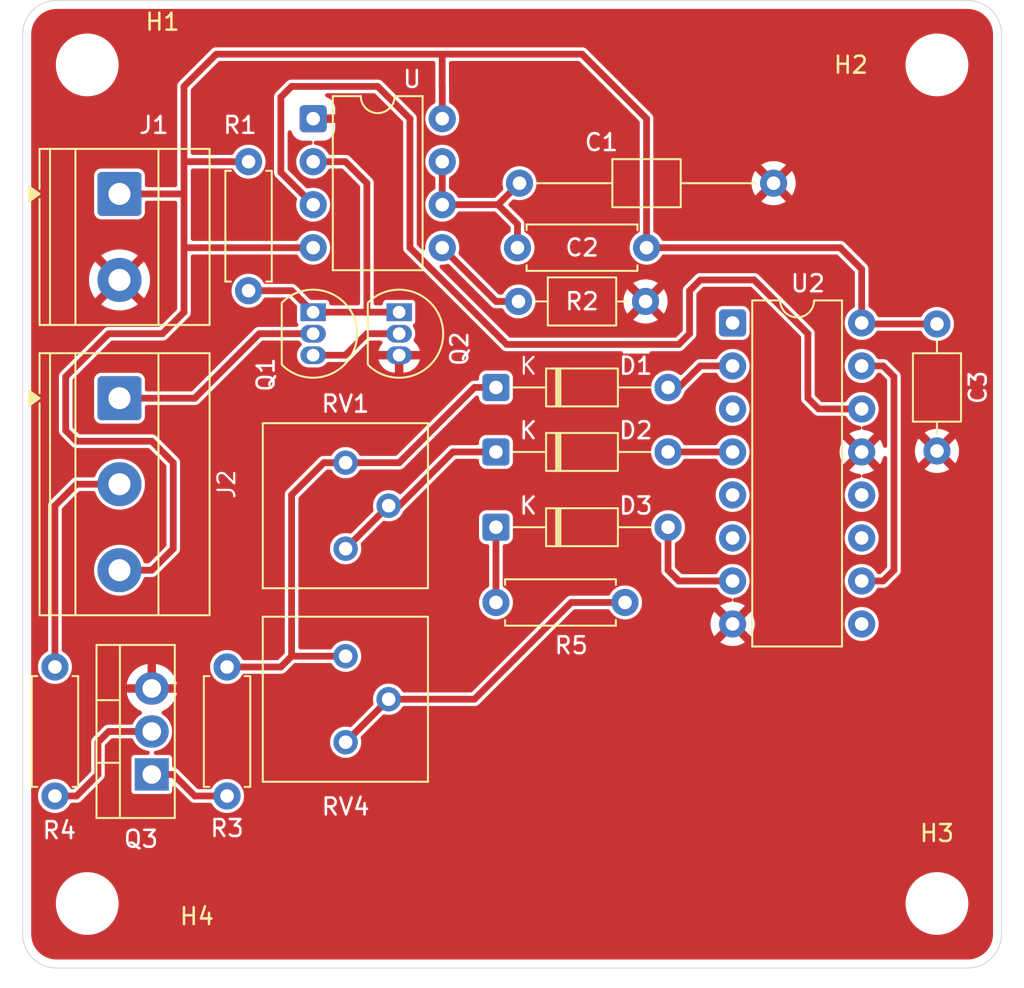
<source format=kicad_pcb>
(kicad_pcb (version 20241229) (generator "pcbnew") (generator_version "9.0")
  (title_block (title "Tischlampe") (date "2025-10-24") (rev "1.0"))
  (layers (0 "F.Cu" signal) (2 "B.Cu" signal) (13 "F.Paste" user) (15 "B.Paste" user) (5 "F.SilkS" user "F.Silkscreen") (7 "B.SilkS" user "B.Silkscreen") (1 "F.Mask" user) (3 "B.Mask" user) (25 "Edge.Cuts" user))
  (net 0 "")
  (net 1 "Net-(U1-DIS)")
  (net 2 "GND")
  (net 3 "Net-(U1-CV)")
  (net 4 "Net-(J1-Pin_1)")
  (net 5 "Net-(J2-Pin_1)")
  (net 6 "Net-(Q1-C)")
  (net 7 "Net-(Q1-E)")
  (net 8 "Net-(D1-A)")
  (net 9 "Net-(D1-K)")
  (net 10 "Net-(D2-A)")
  (net 11 "Net-(U1-Q)")
  (net 18 "Net-(U2-Q4)")
  (net 20 "Net-(J2-Pin_2)")
  (net 21 "Net-(Q3-B)")
  (net 22 "Net-(Q3-C)")
  (net 23 "Net-(D2-K)")
  (net 24 "Net-(D3-A)")
  (net 25 "Net-(D3-K)")
  (net 26 "Net-(R5-Pad2)")
  (footprint "Package_TO_SOT_THT:TO-220-3_Vertical" (layer "F.Cu") (at 95.885 115.57 90)
    (property "Reference" "Q3" (at -3.81 -0.635 180) (layer "F.Cu" knockout))
    (property "Value" "BD647")
    (fp_line (start 7.65 -3.26) (end 7.65 1.36) (stroke (width 0.12)) (layer "F.SilkS"))
    (fp_line (start 4.39 -3.26) (end 4.39 -1.88) (stroke (width 0.12)) (layer "F.SilkS"))
    (fp_line (start 0.69 -3.26) (end 0.69 -1.88) (stroke (width 0.12)) (layer "F.SilkS"))
    (fp_line (start -2.57 -3.26) (end 7.65 -3.26) (stroke (width 0.12)) (layer "F.SilkS"))
    (fp_line (start -2.57 -1.88) (end 7.65 -1.88) (stroke (width 0.12)) (layer "F.SilkS"))
    (fp_line (start 7.65 1.36) (end -2.57 1.36) (stroke (width 0.12)) (layer "F.SilkS"))
    (fp_line (start -2.57 1.36) (end -2.57 -3.26) (stroke (width 0.12)) (layer "F.SilkS"))
    (pad "1" thru_hole rect (at 0 0 90) (size 1.905 2) (drill 1.1) (layers "*.Cu" "*.Mask") (net 21 "Net-(Q3-B)"))
    (pad "2" thru_hole oval (at 2.54 0 90) (size 1.905 2) (drill 1.1) (layers "*.Cu" "*.Mask") (net 22 "Net-(Q3-C)"))
    (pad "3" thru_hole oval (at 5.08 0 90) (size 1.905 2) (drill 1.1) (layers "*.Cu" "*.Mask") (net 2 "GND"))
  )
  (footprint "Potentiometer_THT:Potentiometer_Bourns_3386P_Vertical" (layer "F.Cu") (at 107.33 113.665)
    (property "Reference" "RV4" (at 0 3.81 0) (layer "F.Cu" knockout))
    (property "Value" "Trimmer")
    (fp_line (start -4.89 -7.415) (end 4.86 -7.415) (stroke (width 0.12)) (layer "F.SilkS"))
    (fp_line (start -4.89 2.335) (end -4.89 -7.415) (stroke (width 0.12)) (layer "F.SilkS"))
    (fp_line (start 4.86 -7.415) (end 4.86 2.335) (stroke (width 0.12)) (layer "F.SilkS"))
    (fp_line (start 4.86 2.335) (end -4.89 2.335) (stroke (width 0.12)) (layer "F.SilkS"))
    (pad "1" thru_hole circle (at 0 0) (size 1.44 1.44) (drill 0.8) (layers "*.Cu" "*.Mask") (net 26 "Net-(R5-Pad2)"))
    (pad "2" thru_hole circle (at 2.54 -2.54) (size 1.44 1.44) (drill 0.8) (layers "*.Cu" "*.Mask") (net 26 "Net-(R5-Pad2)"))
    (pad "3" thru_hole circle (at 0 -5.08) (size 1.44 1.44) (drill 0.8) (layers "*.Cu" "*.Mask") (net 9 "Net-(D1-K)"))
  )
  (footprint "Diode_THT:D_DO-35_SOD27_P10.16mm_Horizontal" (layer "F.Cu") (at 116.205 92.71)
    (property "Reference" "D1" (at 8.255 -1.27 0) (layer "F.Cu" knockout))
    (property "Value" "1N4148")
    (fp_line (start 1.04 0) (end 2.96 0) (stroke (width 0.12)) (layer "F.SilkS"))
    (fp_line (start 3.56 -1.12) (end 3.56 1.12) (stroke (width 0.12)) (layer "F.SilkS"))
    (fp_line (start 3.68 -1.12) (end 3.68 1.12) (stroke (width 0.12)) (layer "F.SilkS"))
    (fp_line (start 3.8 -1.12) (end 3.8 1.12) (stroke (width 0.12)) (layer "F.SilkS"))
    (fp_line (start 9.12 0) (end 7.2 0) (stroke (width 0.12)) (layer "F.SilkS"))
    (fp_rect (start 2.96 -1.12) (end 7.2 1.12) (stroke (width 0.12)) (fill no) (layer "F.SilkS"))
    (fp_text user "K" (at 1.905 -1.27 0) (layer "F.Cu" knockout) (effects (font (thickness 0.125))))
    (pad "1" thru_hole roundrect (at 0 0) (size 1.6 1.6) (drill 0.8) (layers "*.Cu" "*.Mask") (roundrect_rratio 0.15625) (net 9 "Net-(D1-K)"))
    (pad "2" thru_hole circle (at 10.16 0) (size 1.6 1.6) (drill 0.8) (layers "*.Cu" "*.Mask") (net 8 "Net-(D1-A)"))
  )
  (footprint "Resistor_THT:R_Axial_DIN0207_L6.3mm_D2.5mm_P7.62mm_Horizontal" (layer "F.Cu") (at 116.205 105.41)
    (property "Reference" "R5" (at 4.445 2.54 0) (layer "F.Cu" knockout))
    (property "Value" "R")
    (fp_line (start 0.54 -1.37) (end 7.08 -1.37) (stroke (width 0.12)) (layer "F.SilkS"))
    (fp_line (start 0.54 -1.04) (end 0.54 -1.37) (stroke (width 0.12)) (layer "F.SilkS"))
    (fp_line (start 0.54 1.04) (end 0.54 1.37) (stroke (width 0.12)) (layer "F.SilkS"))
    (fp_line (start 0.54 1.37) (end 7.08 1.37) (stroke (width 0.12)) (layer "F.SilkS"))
    (fp_line (start 7.08 -1.37) (end 7.08 -1.04) (stroke (width 0.12)) (layer "F.SilkS"))
    (fp_line (start 7.08 1.37) (end 7.08 1.04) (stroke (width 0.12)) (layer "F.SilkS"))
    (pad "1" thru_hole circle (at 0 0) (size 1.6 1.6) (drill 0.8) (layers "*.Cu" "*.Mask") (net 25 "Net-(D3-K)"))
    (pad "2" thru_hole circle (at 7.62 0) (size 1.6 1.6) (drill 0.8) (layers "*.Cu" "*.Mask") (net 26 "Net-(R5-Pad2)"))
  )
  (footprint "Resistor_THT:R_Axial_DIN0207_L6.3mm_D2.5mm_P7.62mm_Horizontal" (layer "F.Cu") (at 101.6 79.375 -90)
    (property "Reference" "R1" (at -2.159 0.508 180) (layer "F.Cu" knockout))
    (property "Value" "1M")
    (fp_line (start 0.54 1.37) (end 7.08 1.37) (stroke (width 0.12)) (layer "F.SilkS"))
    (fp_line (start 7.08 1.37) (end 7.08 1.04) (stroke (width 0.12)) (layer "F.SilkS"))
    (fp_line (start 0.54 1.04) (end 0.54 1.37) (stroke (width 0.12)) (layer "F.SilkS"))
    (fp_line (start 0.54 -1.04) (end 0.54 -1.37) (stroke (width 0.12)) (layer "F.SilkS"))
    (fp_line (start 0.54 -1.37) (end 7.08 -1.37) (stroke (width 0.12)) (layer "F.SilkS"))
    (fp_line (start 7.08 -1.37) (end 7.08 -1.04) (stroke (width 0.12)) (layer "F.SilkS"))
    (pad "1" thru_hole circle (at 0 0 270) (size 1.6 1.6) (drill 0.8) (layers "*.Cu" "*.Mask") (net 4 "Net-(J1-Pin_1)"))
    (pad "2" thru_hole circle (at 7.62 0 270) (size 1.6 1.6) (drill 0.8) (layers "*.Cu" "*.Mask") (net 6 "Net-(Q1-C)"))
  )
  (footprint "Package_DIP:DIP-8_W7.62mm" (layer "F.Cu") (at 105.415 76.835)
    (property "Reference" "U" (at 5.837 -2.33 0) (layer "F.Cu" knockout))
    (property "Value" "NE555P")
    (fp_line (start 1.16 -1.33) (end 1.16 8.95) (stroke (width 0.12)) (layer "F.SilkS"))
    (fp_line (start 1.16 8.95) (end 6.46 8.95) (stroke (width 0.12)) (layer "F.SilkS"))
    (fp_line (start 2.81 -1.33) (end 1.16 -1.33) (stroke (width 0.12)) (layer "F.SilkS"))
    (fp_line (start 6.46 -1.33) (end 4.81 -1.33) (stroke (width 0.12)) (layer "F.SilkS"))
    (fp_line (start 6.46 8.95) (end 6.46 -1.33) (stroke (width 0.12)) (layer "F.SilkS"))
    (fp_arc (start 4.81 -1.33) (mid 3.81 -0.33) (end 2.81 -1.33) (stroke (width 0.12)) (layer "F.SilkS"))
    (pad "1" thru_hole roundrect (at 0 0) (size 1.6 1.6) (drill 0.8) (layers "*.Cu" "*.Mask") (roundrect_rratio 0.15625) (net 2 "GND"))
    (pad "2" thru_hole circle (at 0 2.54) (size 1.6 1.6) (drill 0.8) (layers "*.Cu" "*.Mask") (net 6 "Net-(Q1-C)"))
    (pad "3" thru_hole circle (at 0 5.08) (size 1.6 1.6) (drill 0.8) (layers "*.Cu" "*.Mask") (net 11 "Net-(U1-Q)"))
    (pad "4" thru_hole circle (at 0 7.62) (size 1.6 1.6) (drill 0.8) (layers "*.Cu" "*.Mask") (net 4 "Net-(J1-Pin_1)"))
    (pad "5" thru_hole circle (at 7.62 7.62) (size 1.6 1.6) (drill 0.8) (layers "*.Cu" "*.Mask") (net 3 "Net-(U1-CV)"))
    (pad "6" thru_hole circle (at 7.62 5.08) (size 1.6 1.6) (drill 0.8) (layers "*.Cu" "*.Mask") (net 1 "Net-(U1-DIS)"))
    (pad "7" thru_hole circle (at 7.62 2.54) (size 1.6 1.6) (drill 0.8) (layers "*.Cu" "*.Mask") (net 1 "Net-(U1-DIS)"))
    (pad "8" thru_hole circle (at 7.62 0) (size 1.6 1.6) (drill 0.8) (layers "*.Cu" "*.Mask") (net 4 "Net-(J1-Pin_1)"))
  )
  (footprint "Package_TO_SOT_THT:TO-92_Inline" (layer "F.Cu") (at 110.49 88.265 -90)
    (property "Reference" "Q2" (at 2.159 -3.56 90) (layer "F.Cu" knockout))
    (property "Value" "BC547")
    (fp_line (start -0.53 1.85) (end 3.07 1.85) (stroke (width 0.12)) (layer "F.SilkS"))
    (fp_arc (start -0.568478 1.838478) (mid -1.132087 -0.994977) (end 1.27 -2.6) (stroke (width 0.12)) (layer "F.SilkS"))
    (fp_arc (start 1.27 -2.6) (mid 3.672087 -0.994977) (end 3.108478 1.838478) (stroke (width 0.12)) (layer "F.SilkS"))
    (pad "1" thru_hole rect (at 0 0 270) (size 1.05 1.5) (drill 0.75) (layers "*.Cu" "*.Mask") (net 6 "Net-(Q1-C)"))
    (pad "2" thru_hole oval (at 1.27 0 270) (size 1.05 1.5) (drill 0.75) (layers "*.Cu" "*.Mask") (net 7 "Net-(Q1-E)"))
    (pad "3" thru_hole oval (at 2.54 0 270) (size 1.05 1.5) (drill 0.75) (layers "*.Cu" "*.Mask") (net 2 "GND"))
  )
  (footprint "Capacitor_THT:C_Axial_L3.8mm_D2.6mm_P7.50mm_Horizontal" (layer "F.Cu") (at 117.535 87.63)
    (property "Reference" "C2" (at 3.75 -3.175 0) (layer "F.Cu" knockout))
    (property "Value" "100n")
    (fp_line (start 1.04 0) (end 1.73 0) (stroke (width 0.12)) (layer "F.SilkS"))
    (fp_line (start 6.46 0) (end 5.77 0) (stroke (width 0.12)) (layer "F.SilkS"))
    (fp_rect (start 1.73 -1.42) (end 5.77 1.42) (stroke (width 0.12)) (fill no) (layer "F.SilkS"))
    (pad "1" thru_hole circle (at 0 0) (size 1.6 1.6) (drill 0.8) (layers "*.Cu" "*.Mask") (net 3 "Net-(U1-CV)"))
    (pad "2" thru_hole circle (at 7.5 0) (size 1.6 1.6) (drill 0.8) (layers "*.Cu" "*.Mask") (net 2 "GND"))
  )
  (footprint "Resistor_THT:R_Axial_DIN0207_L6.3mm_D2.5mm_P7.62mm_Horizontal" (layer "F.Cu") (at 100.33 116.84 90)
    (property "Reference" "R3" (at -1.905 0 180) (layer "F.Cu" knockout))
    (property "Value" "R")
    (fp_line (start 7.08 -1.37) (end 7.08 -1.04) (stroke (width 0.12)) (layer "F.SilkS"))
    (fp_line (start 0.54 -1.37) (end 7.08 -1.37) (stroke (width 0.12)) (layer "F.SilkS"))
    (fp_line (start 0.54 -1.04) (end 0.54 -1.37) (stroke (width 0.12)) (layer "F.SilkS"))
    (fp_line (start 0.54 1.04) (end 0.54 1.37) (stroke (width 0.12)) (layer "F.SilkS"))
    (fp_line (start 7.08 1.37) (end 7.08 1.04) (stroke (width 0.12)) (layer "F.SilkS"))
    (fp_line (start 0.54 1.37) (end 7.08 1.37) (stroke (width 0.12)) (layer "F.SilkS"))
    (pad "1" thru_hole circle (at 0 0 90) (size 1.6 1.6) (drill 0.8) (layers "*.Cu" "*.Mask") (net 21 "Net-(Q3-B)"))
    (pad "2" thru_hole circle (at 7.62 0 90) (size 1.6 1.6) (drill 0.8) (layers "*.Cu" "*.Mask") (net 9 "Net-(D1-K)"))
  )
  (footprint "MountingHole:MountingHole_3.2mm_M3" (layer "F.Cu") (at 92.075 73.66)
    (property "Reference" "H1" (at 4.445 -2.54 0) (layer "F.SilkS"))
    (property "Value" "MountingHole")
    (pad "" np_thru_hole circle (at 0 0) (size 3.2 3.2) (drill 3.2) (layers "*.Cu" "*.Mask"))
  )
  (footprint "Capacitor_THT:C_Axial_L3.8mm_D2.6mm_P15.00mm_Horizontal" (layer "F.Cu") (at 117.595 80.645)
    (property "Reference" "C1" (at 4.833 -2.413 0) (layer "F.Cu" knockout))
    (property "Value" "4,7µ")
    (fp_line (start 1.04 0) (end 5.48 0) (stroke (width 0.12)) (layer "F.SilkS"))
    (fp_line (start 13.96 0) (end 9.52 0) (stroke (width 0.12)) (layer "F.SilkS"))
    (fp_rect (start 5.48 -1.42) (end 9.52 1.42) (stroke (width 0.12)) (fill no) (layer "F.SilkS"))
    (pad "1" thru_hole circle (at 0 0) (size 1.6 1.6) (drill 0.8) (layers "*.Cu" "*.Mask") (net 1 "Net-(U1-DIS)"))
    (pad "2" thru_hole circle (at 15 0) (size 1.6 1.6) (drill 0.8) (layers "*.Cu" "*.Mask") (net 2 "GND"))
  )
  (footprint "MountingHole:MountingHole_3.2mm_M3" (layer "F.Cu") (at 142.24 73.66)
    (property "Reference" "H2" (at -5.08 0 0) (layer "F.SilkS"))
    (property "Value" "MountingHole")
    (pad "" np_thru_hole circle (at 0 0) (size 3.2 3.2) (drill 3.2) (layers "*.Cu" "*.Mask"))
  )
  (footprint "Diode_THT:D_DO-35_SOD27_P10.16mm_Horizontal" (layer "F.Cu") (at 116.205 100.965)
    (property "Reference" "D3" (at 8.255 -1.27 0) (layer "F.Cu" knockout))
    (property "Value" "1N4148")
    (fp_line (start 1.04 0) (end 2.96 0) (stroke (width 0.12)) (layer "F.SilkS"))
    (fp_line (start 3.56 -1.12) (end 3.56 1.12) (stroke (width 0.12)) (layer "F.SilkS"))
    (fp_line (start 3.68 -1.12) (end 3.68 1.12) (stroke (width 0.12)) (layer "F.SilkS"))
    (fp_line (start 3.8 -1.12) (end 3.8 1.12) (stroke (width 0.12)) (layer "F.SilkS"))
    (fp_line (start 9.12 0) (end 7.2 0) (stroke (width 0.12)) (layer "F.SilkS"))
    (fp_rect (start 2.96 -1.12) (end 7.2 1.12) (stroke (width 0.12)) (fill no) (layer "F.SilkS"))
    (fp_text user "K" (at 1.905 -1.27 0) (layer "F.Cu" knockout))
    (pad "1" thru_hole roundrect (at 0 0) (size 1.6 1.6) (drill 0.8) (layers "*.Cu" "*.Mask") (roundrect_rratio 0.15625) (net 25 "Net-(D3-K)"))
    (pad "2" thru_hole circle (at 10.16 0) (size 1.6 1.6) (drill 0.8) (layers "*.Cu" "*.Mask") (net 24 "Net-(D3-A)"))
  )
  (footprint "TerminalBlock_Phoenix:TerminalBlock_Phoenix_MKDS-1,5-3-5.08_1x03_P5.08mm_Horizontal" (layer "F.Cu") (at 93.98 93.345 -90)
    (property "Reference" "J2" (at 5.08 -6.32 90) (layer "F.Cu" knockout) (effects (font (thickness 0.125))))
    (property "Value" "Lampenkopf")
    (fp_line (start -2.66 4.72) (end -2.66 -5.32) (stroke (width 0.12)) (layer "F.SilkS"))
    (fp_line (start -0.3 4.72) (end -2.66 4.72) (stroke (width 0.12)) (layer "F.SilkS"))
    (fp_line (start 12.82 4.72) (end 0.3 4.72) (stroke (width 0.12)) (layer "F.SilkS"))
    (fp_line (start -2.66 4.1) (end 12.82 4.1) (stroke (width 0.12)) (layer "F.SilkS"))
    (fp_line (start -2.66 2.6) (end 12.82 2.6) (stroke (width 0.12)) (layer "F.SilkS"))
    (fp_line (start -2.66 -2.3) (end 12.82 -2.3) (stroke (width 0.12)) (layer "F.SilkS"))
    (fp_line (start -2.66 -5.32) (end 12.82 -5.32) (stroke (width 0.12)) (layer "F.SilkS"))
    (fp_line (start 12.82 -5.32) (end 12.82 4.72) (stroke (width 0.12)) (layer "F.SilkS"))
    (fp_poly (pts (xy 0 4.72) (xy 0.44 5.33) (xy -0.44 5.33)) (stroke (width 0.12)) (fill yes) (layer "F.SilkS"))
    (pad "1" thru_hole roundrect (at 0 0 270) (size 2.6 2.6) (drill 1.3) (layers "*.Cu" "*.Mask") (roundrect_rratio 0.096154) (net 5 "Net-(J2-Pin_1)"))
    (pad "2" thru_hole circle (at 5.08 0 270) (size 2.6 2.6) (drill 1.3) (layers "*.Cu" "*.Mask") (net 20 "Net-(J2-Pin_2)"))
    (pad "3" thru_hole circle (at 10.16 0 270) (size 2.6 2.6) (drill 1.3) (layers "*.Cu" "*.Mask") (net 4 "Net-(J1-Pin_1)"))
  )
  (footprint "MountingHole:MountingHole_3.2mm_M3" (layer "F.Cu") (at 92.075 123.19)
    (property "Reference" "H4" (at 6.477 0.762 0) (layer "F.SilkS"))
    (property "Value" "MountingHole")
    (pad "" np_thru_hole circle (at 0 0) (size 3.2 3.2) (drill 3.2) (layers "*.Cu" "*.Mask"))
  )
  (footprint "Resistor_THT:R_Axial_DIN0207_L6.3mm_D2.5mm_P7.62mm_Horizontal" (layer "F.Cu") (at 90.17 109.22 -90)
    (property "Reference" "R4" (at 9.652 -0.254 180) (layer "F.Cu" knockout))
    (property "Value" "R")
    (fp_line (start 0.54 1.37) (end 7.08 1.37) (stroke (width 0.12)) (layer "F.SilkS"))
    (fp_line (start 7.08 1.37) (end 7.08 1.04) (stroke (width 0.12)) (layer "F.SilkS"))
    (fp_line (start 0.54 1.04) (end 0.54 1.37) (stroke (width 0.12)) (layer "F.SilkS"))
    (fp_line (start 0.54 -1.04) (end 0.54 -1.37) (stroke (width 0.12)) (layer "F.SilkS"))
    (fp_line (start 0.54 -1.37) (end 7.08 -1.37) (stroke (width 0.12)) (layer "F.SilkS"))
    (fp_line (start 7.08 -1.37) (end 7.08 -1.04) (stroke (width 0.12)) (layer "F.SilkS"))
    (pad "1" thru_hole circle (at 0 0 270) (size 1.6 1.6) (drill 0.8) (layers "*.Cu" "*.Mask") (net 20 "Net-(J2-Pin_2)"))
    (pad "2" thru_hole circle (at 7.62 0 270) (size 1.6 1.6) (drill 0.8) (layers "*.Cu" "*.Mask") (net 22 "Net-(Q3-C)"))
  )
  (footprint "MountingHole:MountingHole_3.2mm_M3" (layer "F.Cu") (at 142.24 123.19)
    (property "Reference" "H3" (at 0 -4.15 0) (layer "F.SilkS"))
    (property "Value" "MountingHole")
    (pad "" np_thru_hole circle (at 0 0) (size 3.2 3.2) (drill 3.2) (layers "*.Cu" "*.Mask"))
  )
  (footprint "Diode_THT:D_DO-35_SOD27_P10.16mm_Horizontal" (layer "F.Cu") (at 116.205 96.52)
    (property "Reference" "D2" (at 8.255 -1.27 0) (layer "F.Cu" knockout))
    (property "Value" "1N4148")
    (fp_line (start 1.04 0) (end 2.96 0) (stroke (width 0.12)) (layer "F.SilkS"))
    (fp_line (start 3.56 -1.12) (end 3.56 1.12) (stroke (width 0.12)) (layer "F.SilkS"))
    (fp_line (start 3.68 -1.12) (end 3.68 1.12) (stroke (width 0.12)) (layer "F.SilkS"))
    (fp_line (start 3.8 -1.12) (end 3.8 1.12) (stroke (width 0.12)) (layer "F.SilkS"))
    (fp_line (start 9.12 0) (end 7.2 0) (stroke (width 0.12)) (layer "F.SilkS"))
    (fp_rect (start 2.96 -1.12) (end 7.2 1.12) (stroke (width 0.12)) (fill no) (layer "F.SilkS"))
    (fp_text user "K" (at 1.905 -1.27 0) (layer "F.Cu" knockout))
    (pad "1" thru_hole roundrect (at 0 0) (size 1.6 1.6) (drill 0.8) (layers "*.Cu" "*.Mask") (roundrect_rratio 0.15625) (net 23 "Net-(D2-K)"))
    (pad "2" thru_hole circle (at 10.16 0) (size 1.6 1.6) (drill 0.8) (layers "*.Cu" "*.Mask") (net 10 "Net-(D2-A)"))
  )
  (footprint "Capacitor_THT:C_Axial_L3.8mm_D2.6mm_P7.50mm_Horizontal" (layer "F.Cu") (at 142.24 88.96 -90)
    (property "Reference" "C3" (at 3.75 -2.42 90) (layer "F.Cu" knockout))
    (property "Value" "100n")
    (fp_line (start 1.04 0) (end 1.73 0) (stroke (width 0.12)) (layer "F.SilkS"))
    (fp_line (start 6.46 0) (end 5.77 0) (stroke (width 0.12)) (layer "F.SilkS"))
    (fp_rect (start 1.73 -1.42) (end 5.77 1.42) (stroke (width 0.12)) (fill no) (layer "F.SilkS"))
    (pad "1" thru_hole circle (at 0 0 270) (size 1.6 1.6) (drill 0.8) (layers "*.Cu" "*.Mask") (net 4 "Net-(J1-Pin_1)"))
    (pad "2" thru_hole circle (at 7.5 0 270) (size 1.6 1.6) (drill 0.8) (layers "*.Cu" "*.Mask") (net 2 "GND"))
  )
  (footprint "Package_DIP:DIP-16_W7.62mm" (layer "F.Cu") (at 130.175 88.9)
    (property "Reference" "U2" (at 4.445 -2.33 0) (layer "F.Cu" knockout))
    (property "Value" "4017")
    (fp_line (start 1.16 -1.33) (end 1.16 19.11) (stroke (width 0.12)) (layer "F.SilkS"))
    (fp_line (start 1.16 19.11) (end 6.46 19.11) (stroke (width 0.12)) (layer "F.SilkS"))
    (fp_line (start 2.81 -1.33) (end 1.16 -1.33) (stroke (width 0.12)) (layer "F.SilkS"))
    (fp_line (start 6.46 -1.33) (end 4.81 -1.33) (stroke (width 0.12)) (layer "F.SilkS"))
    (fp_line (start 6.46 19.11) (end 6.46 -1.33) (stroke (width 0.12)) (layer "F.SilkS"))
    (fp_arc (start 4.81 -1.33) (mid 3.81 -0.33) (end 2.81 -1.33) (stroke (width 0.12)) (layer "F.SilkS"))
    (pad "1" thru_hole roundrect (at 0 0) (size 1.6 1.6) (drill 0.8) (layers "*.Cu" "*.Mask") (roundrect_rratio 0.15625))
    (pad "2" thru_hole circle (at 0 2.54) (size 1.6 1.6) (drill 0.8) (layers "*.Cu" "*.Mask") (net 8 "Net-(D1-A)"))
    (pad "3" thru_hole circle (at 0 5.08) (size 1.6 1.6) (drill 0.8) (layers "*.Cu" "*.Mask"))
    (pad "4" thru_hole circle (at 0 7.62) (size 1.6 1.6) (drill 0.8) (layers "*.Cu" "*.Mask") (net 10 "Net-(D2-A)"))
    (pad "5" thru_hole circle (at 0 10.16) (size 1.6 1.6) (drill 0.8) (layers "*.Cu" "*.Mask"))
    (pad "6" thru_hole circle (at 0 12.7) (size 1.6 1.6) (drill 0.8) (layers "*.Cu" "*.Mask"))
    (pad "7" thru_hole circle (at 0 15.24) (size 1.6 1.6) (drill 0.8) (layers "*.Cu" "*.Mask") (net 24 "Net-(D3-A)"))
    (pad "8" thru_hole circle (at 0 17.78) (size 1.6 1.6) (drill 0.8) (layers "*.Cu" "*.Mask") (net 2 "GND"))
    (pad "9" thru_hole circle (at 7.62 17.78) (size 1.6 1.6) (drill 0.8) (layers "*.Cu" "*.Mask"))
    (pad "10" thru_hole circle (at 7.62 15.24) (size 1.6 1.6) (drill 0.8) (layers "*.Cu" "*.Mask") (net 18 "Net-(U2-Q4)"))
    (pad "11" thru_hole circle (at 7.62 12.7) (size 1.6 1.6) (drill 0.8) (layers "*.Cu" "*.Mask"))
    (pad "12" thru_hole circle (at 7.62 10.16) (size 1.6 1.6) (drill 0.8) (layers "*.Cu" "*.Mask"))
    (pad "13" thru_hole circle (at 7.62 7.62) (size 1.6 1.6) (drill 0.8) (layers "*.Cu" "*.Mask") (net 2 "GND"))
    (pad "14" thru_hole circle (at 7.62 5.08) (size 1.6 1.6) (drill 0.8) (layers "*.Cu" "*.Mask") (net 11 "Net-(U1-Q)"))
    (pad "15" thru_hole circle (at 7.62 2.54) (size 1.6 1.6) (drill 0.8) (layers "*.Cu" "*.Mask") (net 18 "Net-(U2-Q4)"))
    (pad "16" thru_hole circle (at 7.62 0) (size 1.6 1.6) (drill 0.8) (layers "*.Cu" "*.Mask") (net 4 "Net-(J1-Pin_1)"))
  )
  (footprint "TerminalBlock_Phoenix:TerminalBlock_Phoenix_MKDS-1,5-2-5.08_1x02_P5.08mm_Horizontal" (layer "F.Cu") (at 93.98 81.28 -90)
    (property "Reference" "J1" (at -4.064 -2.032 180) (layer "F.Cu" knockout))
    (property "Value" "Versorgung")
    (fp_line (start -2.66 4.72) (end -2.66 -5.32) (stroke (width 0.12)) (layer "F.SilkS"))
    (fp_line (start -0.3 4.72) (end -2.66 4.72) (stroke (width 0.12)) (layer "F.SilkS"))
    (fp_line (start 7.74 4.72) (end 0.3 4.72) (stroke (width 0.12)) (layer "F.SilkS"))
    (fp_line (start -2.66 4.1) (end 7.74 4.1) (stroke (width 0.12)) (layer "F.SilkS"))
    (fp_line (start -2.66 2.6) (end 7.74 2.6) (stroke (width 0.12)) (layer "F.SilkS"))
    (fp_line (start -2.66 -2.3) (end 7.74 -2.3) (stroke (width 0.12)) (layer "F.SilkS"))
    (fp_line (start -2.66 -5.32) (end 7.74 -5.32) (stroke (width 0.12)) (layer "F.SilkS"))
    (fp_line (start 7.74 -5.32) (end 7.74 4.72) (stroke (width 0.12)) (layer "F.SilkS"))
    (fp_poly (pts (xy 0 4.72) (xy 0.44 5.33) (xy -0.44 5.33)) (stroke (width 0.12)) (fill yes) (layer "F.SilkS"))
    (pad "1" thru_hole roundrect (at 0 0 270) (size 2.6 2.6) (drill 1.3) (layers "*.Cu" "*.Mask") (roundrect_rratio 0.096154) (net 4 "Net-(J1-Pin_1)"))
    (pad "2" thru_hole circle (at 5.08 0 270) (size 2.6 2.6) (drill 1.3) (layers "*.Cu" "*.Mask") (net 2 "GND"))
  )
  (footprint "Package_TO_SOT_THT:TO-92_Inline" (layer "F.Cu") (at 105.41 88.265 -90)
    (property "Reference" "Q1" (at 3.683 2.794 90) (layer "F.Cu" knockout))
    (property "Value" "BC547")
    (fp_line (start -0.53 1.85) (end 3.07 1.85) (stroke (width 0.12)) (layer "F.SilkS"))
    (fp_arc (start -0.568478 1.838478) (mid -1.132087 -0.994977) (end 1.27 -2.6) (stroke (width 0.12)) (layer "F.SilkS"))
    (fp_arc (start 1.27 -2.6) (mid 3.672087 -0.994977) (end 3.108478 1.838478) (stroke (width 0.12)) (layer "F.SilkS"))
    (pad "1" thru_hole rect (at 0 0 270) (size 1.05 1.5) (drill 0.75) (layers "*.Cu" "*.Mask") (net 6 "Net-(Q1-C)"))
    (pad "2" thru_hole oval (at 1.27 0 270) (size 1.05 1.5) (drill 0.75) (layers "*.Cu" "*.Mask") (net 5 "Net-(J2-Pin_1)"))
    (pad "3" thru_hole oval (at 2.54 0 270) (size 1.05 1.5) (drill 0.75) (layers "*.Cu" "*.Mask") (net 7 "Net-(Q1-E)"))
  )
  (footprint "Potentiometer_THT:Potentiometer_Bourns_3386P_Vertical" (layer "F.Cu") (at 107.33 102.235)
    (property "Reference" "RV1" (at -0.015 -8.555 0) (layer "F.Cu" knockout))
    (property "Value" "Trimmer")
    (fp_line (start -4.89 -7.415) (end 4.86 -7.415) (stroke (width 0.12)) (layer "F.SilkS"))
    (fp_line (start -4.89 2.335) (end -4.89 -7.415) (stroke (width 0.12)) (layer "F.SilkS"))
    (fp_line (start 4.86 -7.415) (end 4.86 2.335) (stroke (width 0.12)) (layer "F.SilkS"))
    (fp_line (start 4.86 2.335) (end -4.89 2.335) (stroke (width 0.12)) (layer "F.SilkS"))
    (pad "1" thru_hole circle (at 0 0) (size 1.44 1.44) (drill 0.8) (layers "*.Cu" "*.Mask") (net 23 "Net-(D2-K)"))
    (pad "2" thru_hole circle (at 2.54 -2.54) (size 1.44 1.44) (drill 0.8) (layers "*.Cu" "*.Mask") (net 23 "Net-(D2-K)"))
    (pad "3" thru_hole circle (at 0 -5.08) (size 1.44 1.44) (drill 0.8) (layers "*.Cu" "*.Mask") (net 9 "Net-(D1-K)"))
  )
  (footprint "Resistor_THT:R_Axial_DIN0207_L6.3mm_D2.5mm_P7.62mm_Horizontal" (layer "F.Cu") (at 125.095 84.455 180)
    (property "Reference" "R2" (at 3.81 -3.175 0) (layer "F.Cu" knockout))
    (property "Value" "100k")
    (fp_line (start 7.08 1.37) (end 7.08 1.04) (stroke (width 0.12)) (layer "F.SilkS"))
    (fp_line (start 7.08 -1.37) (end 7.08 -1.04) (stroke (width 0.12)) (layer "F.SilkS"))
    (fp_line (start 0.54 1.37) (end 7.08 1.37) (stroke (width 0.12)) (layer "F.SilkS"))
    (fp_line (start 0.54 1.04) (end 0.54 1.37) (stroke (width 0.12)) (layer "F.SilkS"))
    (fp_line (start 0.54 -1.04) (end 0.54 -1.37) (stroke (width 0.12)) (layer "F.SilkS"))
    (fp_line (start 0.54 -1.37) (end 7.08 -1.37) (stroke (width 0.12)) (layer "F.SilkS"))
    (pad "1" thru_hole circle (at 0 0 180) (size 1.6 1.6) (drill 0.8) (layers "*.Cu" "*.Mask") (net 4 "Net-(J1-Pin_1)"))
    (pad "2" thru_hole circle (at 7.62 0 180) (size 1.6 1.6) (drill 0.8) (layers "*.Cu" "*.Mask") (net 1 "Net-(U1-DIS)"))
  )
  (gr_arc (start 90.265 127) (mid 88.850786 126.414214) (end 88.265 125) (stroke (width 0.05)) (layer "Edge.Cuts"))
  (gr_line (start 90.265 69.85) (end 144.05 69.85) (stroke (width 0.05)) (layer "Edge.Cuts"))
  (gr_line (start 88.265 125) (end 88.265 71.85) (stroke (width 0.05)) (layer "Edge.Cuts"))
  (gr_line (start 144.05 127) (end 90.265 127) (stroke (width 0.05)) (layer "Edge.Cuts"))
  (gr_arc (start 146.05 125) (mid 145.464214 126.414214) (end 144.05 127) (stroke (width 0.05)) (layer "Edge.Cuts"))
  (gr_arc (start 144.05 69.85) (mid 145.464214 70.435786) (end 146.05 71.85) (stroke (width 0.05)) (layer "Edge.Cuts"))
  (gr_line (start 146.05 71.85) (end 146.05 125) (stroke (width 0.05)) (layer "Edge.Cuts"))
  (gr_arc (start 88.265 71.85) (mid 88.850786 70.435786) (end 90.265 69.85) (stroke (width 0.05)) (layer "Edge.Cuts"))
  (segment (start 113.035 81.915) (end 113.035 79.375) (width 0.4) (layer "F.Cu") (net 1))
  (segment (start 117.475 84.455) (end 117.475 83.065) (width 0.4) (layer "F.Cu") (net 1))
  (segment (start 113.035 81.915) (end 116.325 81.915) (width 0.4) (layer "F.Cu") (net 1))
  (segment (start 116.325 81.915) (end 117.595 80.645) (width 0.4) (layer "F.Cu") (net 1))
  (segment (start 117.475 83.065) (end 116.325 81.915) (width 0.4) (layer "F.Cu") (net 1))
  (segment (start 116.21 87.63) (end 113.035 84.455) (width 0.4) (layer "F.Cu") (net 3))
  (segment (start 117.535 87.63) (end 116.21 87.63) (width 0.4) (layer "F.Cu") (net 3))
  (segment (start 97.79 74.93) (end 97.79 79.375) (width 0.4) (layer "F.Cu") (net 4))
  (segment (start 137.795 88.9) (end 137.795 85.725) (width 0.4) (layer "F.Cu") (net 4))
  (segment (start 95.885 103.505) (end 97.155 102.235) (width 0.4) (layer "F.Cu") (net 4))
  (segment (start 113.03 74.93) (end 113.035 74.935) (width 0.4) (layer "F.Cu") (net 4))
  (segment (start 137.855 88.96) (end 137.795 88.9) (width 0.4) (layer "F.Cu") (net 4))
  (segment (start 93.98 81.28) (end 97.79 81.28) (width 0.4) (layer "F.Cu") (net 4))
  (segment (start 113.03 73.025) (end 113.03 74.93) (width 0.4) (layer "F.Cu") (net 4))
  (segment (start 105.415 84.455) (end 97.79 84.455) (width 0.4) (layer "F.Cu") (net 4))
  (segment (start 97.155 102.235) (end 97.155 97.155) (width 0.4) (layer "F.Cu") (net 4))
  (segment (start 95.885 95.885) (end 91.44 95.885) (width 0.4) (layer "F.Cu") (net 4))
  (segment (start 125.095 76.835) (end 121.285 73.025) (width 0.4) (layer "F.Cu") (net 4))
  (segment (start 99.695 73.025) (end 97.79 74.93) (width 0.4) (layer "F.Cu") (net 4))
  (segment (start 97.79 88.265) (end 97.79 84.455) (width 0.4) (layer "F.Cu") (net 4))
  (segment (start 101.6 79.375) (end 97.79 79.375) (width 0.4) (layer "F.Cu") (net 4))
  (segment (start 90.805 92.075) (end 93.345 89.535) (width 0.4) (layer "F.Cu") (net 4))
  (segment (start 96.52 89.535) (end 97.79 88.265) (width 0.4) (layer "F.Cu") (net 4))
  (segment (start 121.285 73.025) (end 99.695 73.025) (width 0.4) (layer "F.Cu") (net 4))
  (segment (start 142.24 88.96) (end 137.855 88.96) (width 0.4) (layer "F.Cu") (net 4))
  (segment (start 93.98 103.505) (end 95.885 103.505) (width 0.4) (layer "F.Cu") (net 4))
  (segment (start 137.795 85.725) (end 136.525 84.455) (width 0.4) (layer "F.Cu") (net 4))
  (segment (start 93.345 89.535) (end 96.52 89.535) (width 0.4) (layer "F.Cu") (net 4))
  (segment (start 97.155 97.155) (end 95.885 95.885) (width 0.4) (layer "F.Cu") (net 4))
  (segment (start 113.035 74.935) (end 113.035 76.835) (width 0.4) (layer "F.Cu") (net 4))
  (segment (start 97.79 84.455) (end 97.79 81.28) (width 0.4) (layer "F.Cu") (net 4))
  (segment (start 91.44 95.885) (end 90.805 95.25) (width 0.4) (layer "F.Cu") (net 4))
  (segment (start 136.525 84.455) (end 125.095 84.455) (width 0.4) (layer "F.Cu") (net 4))
  (segment (start 125.095 84.455) (end 125.095 76.835) (width 0.4) (layer "F.Cu") (net 4))
  (segment (start 90.805 95.25) (end 90.805 92.075) (width 0.4) (layer "F.Cu") (net 4))
  (segment (start 97.79 81.28) (end 97.79 79.375) (width 0.4) (layer "F.Cu") (net 4))
  (segment (start 98.425 93.345) (end 102.235 89.535) (width 0.4) (layer "F.Cu") (net 5))
  (segment (start 102.235 89.535) (end 105.41 89.535) (width 0.4) (layer "F.Cu") (net 5))
  (segment (start 93.98 93.345) (end 98.425 93.345) (width 0.4) (layer "F.Cu") (net 5))
  (segment (start 108.585 88.265) (end 110.49 88.265) (width 0.4) (layer "F.Cu") (net 6))
  (segment (start 101.6 86.995) (end 104.14 86.995) (width 0.4) (layer "F.Cu") (net 6))
  (segment (start 105.415 79.375) (end 107.315 79.375) (width 0.4) (layer "F.Cu") (net 6))
  (segment (start 105.41 88.265) (end 108.585 88.265) (width 0.4) (layer "F.Cu") (net 6))
  (segment (start 107.315 79.375) (end 108.585 80.645) (width 0.4) (layer "F.Cu") (net 6))
  (segment (start 108.585 80.645) (end 108.585 88.265) (width 0.4) (layer "F.Cu") (net 6))
  (segment (start 104.14 86.995) (end 105.41 88.265) (width 0.4) (layer "F.Cu") (net 6))
  (segment (start 107.315 90.805) (end 108.585 89.535) (width 0.4) (layer "F.Cu") (net 7))
  (segment (start 108.585 89.535) (end 110.49 89.535) (width 0.4) (layer "F.Cu") (net 7))
  (segment (start 105.41 90.805) (end 107.315 90.805) (width 0.4) (layer "F.Cu") (net 7))
  (segment (start 126.365 92.71) (end 127 92.71) (width 0.4) (layer "F.Cu") (net 8))
  (segment (start 128.27 91.44) (end 130.175 91.44) (width 0.4) (layer "F.Cu") (net 8))
  (segment (start 127 92.71) (end 128.27 91.44) (width 0.4) (layer "F.Cu") (net 8))
  (segment (start 106.045 97.155) (end 104.14 99.06) (width 0.4) (layer "F.Cu") (net 9))
  (segment (start 104.14 99.06) (end 104.14 108.585) (width 0.4) (layer "F.Cu") (net 9))
  (segment (start 100.33 109.22) (end 103.505 109.22) (width 0.4) (layer "F.Cu") (net 9))
  (segment (start 104.14 108.585) (end 107.33 108.585) (width 0.4) (layer "F.Cu") (net 9))
  (segment (start 103.505 109.22) (end 104.14 108.585) (width 0.4) (layer "F.Cu") (net 9))
  (segment (start 114.935 92.71) (end 110.49 97.155) (width 0.4) (layer "F.Cu") (net 9))
  (segment (start 107.33 97.155) (end 110.49 97.155) (width 0.4) (layer "F.Cu") (net 9))
  (segment (start 107.33 97.155) (end 106.045 97.155) (width 0.4) (layer "F.Cu") (net 9))
  (segment (start 116.205 92.71) (end 114.935 92.71) (width 0.4) (layer "F.Cu") (net 9))
  (segment (start 126.365 96.52) (end 130.175 96.52) (width 0.4) (layer "F.Cu") (net 10))
  (segment (start 134.62 89.535) (end 131.445 86.36) (width 0.4) (layer "F.Cu") (net 11))
  (segment (start 127 90.17) (end 116.84 90.17) (width 0.4) (layer "F.Cu") (net 11))
  (segment (start 127.635 86.995) (end 127.635 89.535) (width 0.4) (layer "F.Cu") (net 11))
  (segment (start 137.795 93.98) (end 135.255 93.98) (width 0.4) (layer "F.Cu") (net 11))
  (segment (start 134.62 93.345) (end 134.62 89.535) (width 0.4) (layer "F.Cu") (net 11))
  (segment (start 116.84 90.17) (end 111.125 84.455) (width 0.4) (layer "F.Cu") (net 11))
  (segment (start 109.22 74.93) (end 104.14 74.93) (width 0.4) (layer "F.Cu") (net 11))
  (segment (start 111.125 76.835) (end 109.22 74.93) (width 0.4) (layer "F.Cu") (net 11))
  (segment (start 111.125 84.455) (end 111.125 76.835) (width 0.4) (layer "F.Cu") (net 11))
  (segment (start 127.635 89.535) (end 127 90.17) (width 0.4) (layer "F.Cu") (net 11))
  (segment (start 128.27 86.36) (end 127.635 86.995) (width 0.4) (layer "F.Cu") (net 11))
  (segment (start 104.14 74.93) (end 103.505 75.565) (width 0.4) (layer "F.Cu") (net 11))
  (segment (start 103.505 80.005) (end 105.415 81.915) (width 0.4) (layer "F.Cu") (net 11))
  (segment (start 131.445 86.36) (end 128.27 86.36) (width 0.4) (layer "F.Cu") (net 11))
  (segment (start 135.255 93.98) (end 134.62 93.345) (width 0.4) (layer "F.Cu") (net 11))
  (segment (start 103.505 75.565) (end 103.505 80.005) (width 0.4) (layer "F.Cu") (net 11))
  (segment (start 139.7 92.075) (end 139.065 91.44) (width 0.4) (layer "F.Cu") (net 18))
  (segment (start 139.7 103.505) (end 139.7 92.075) (width 0.4) (layer "F.Cu") (net 18))
  (segment (start 139.065 91.44) (end 137.795 91.44) (width 0.4) (layer "F.Cu") (net 18))
  (segment (start 139.065 104.14) (end 139.7 103.505) (width 0.4) (layer "F.Cu") (net 18))
  (segment (start 137.795 104.14) (end 139.065 104.14) (width 0.4) (layer "F.Cu") (net 18))
  (segment (start 93.98 98.425) (end 91.44 98.425) (width 0.4) (layer "F.Cu") (net 20))
  (segment (start 90.17 99.695) (end 90.17 109.22) (width 0.4) (layer "F.Cu") (net 20))
  (segment (start 91.44 98.425) (end 90.17 99.695) (width 0.4) (layer "F.Cu") (net 20))
  (segment (start 98.425 116.84) (end 100.33 116.84) (width 0.4) (layer "F.Cu") (net 21))
  (segment (start 97.155 115.57) (end 98.425 116.84) (width 0.4) (layer "F.Cu") (net 21))
  (segment (start 95.885 115.57) (end 97.155 115.57) (width 0.4) (layer "F.Cu") (net 21))
  (segment (start 92.71 115.57) (end 92.71 113.665) (width 0.4) (layer "F.Cu") (net 22))
  (segment (start 90.17 116.84) (end 91.44 116.84) (width 0.4) (layer "F.Cu") (net 22))
  (segment (start 91.44 116.84) (end 92.71 115.57) (width 0.4) (layer "F.Cu") (net 22))
  (segment (start 92.71 113.665) (end 93.345 113.03) (width 0.4) (layer "F.Cu") (net 22))
  (segment (start 93.345 113.03) (end 95.885 113.03) (width 0.4) (layer "F.Cu") (net 22))
  (segment (start 107.33 102.235) (end 109.87 99.695) (width 0.4) (layer "F.Cu") (net 23))
  (segment (start 113.665 96.52) (end 116.205 96.52) (width 0.4) (layer "F.Cu") (net 23))
  (segment (start 110.49 99.695) (end 113.665 96.52) (width 0.4) (layer "F.Cu") (net 23))
  (segment (start 109.87 99.695) (end 110.49 99.695) (width 0.4) (layer "F.Cu") (net 23))
  (segment (start 126.365 100.965) (end 126.365 103.505) (width 0.4) (layer "F.Cu") (net 24))
  (segment (start 127 104.14) (end 130.175 104.14) (width 0.4) (layer "F.Cu") (net 24))
  (segment (start 126.365 103.505) (end 127 104.14) (width 0.4) (layer "F.Cu") (net 24))
  (segment (start 116.205 100.965) (end 116.205 105.41) (width 0.4) (layer "F.Cu") (net 25))
  (segment (start 123.825 105.41) (end 120.65 105.41) (width 0.4) (layer "F.Cu") (net 26))
  (segment (start 107.33 113.665) (end 109.87 111.125) (width 0.4) (layer "F.Cu") (net 26))
  (segment (start 120.65 105.41) (end 114.935 111.125) (width 0.4) (layer "F.Cu") (net 26))
  (segment (start 114.935 111.125) (end 109.87 111.125) (width 0.4) (layer "F.Cu") (net 26))
  (zone (net 2) (net_name "GND") (layer "F.Cu") (connect_pads (clearance 0.2)) (min_thickness 0.25) (fill yes (thermal_gap 0.5) (thermal_bridge_width 0.5))
    (polygon (pts (arc (start 146.05 71.85) (mid 145.464214 70.435786) (end 144.05 69.85)) (arc (start 90.265 69.85) (mid 88.850786 70.435786) (end 88.265 71.85)) (arc (start 88.265 125) (mid 88.850786 126.414214) (end 90.265 127)) (arc (start 144.05 127) (mid 145.464214 126.414214) (end 146.05 125))))
  )
)
</source>
